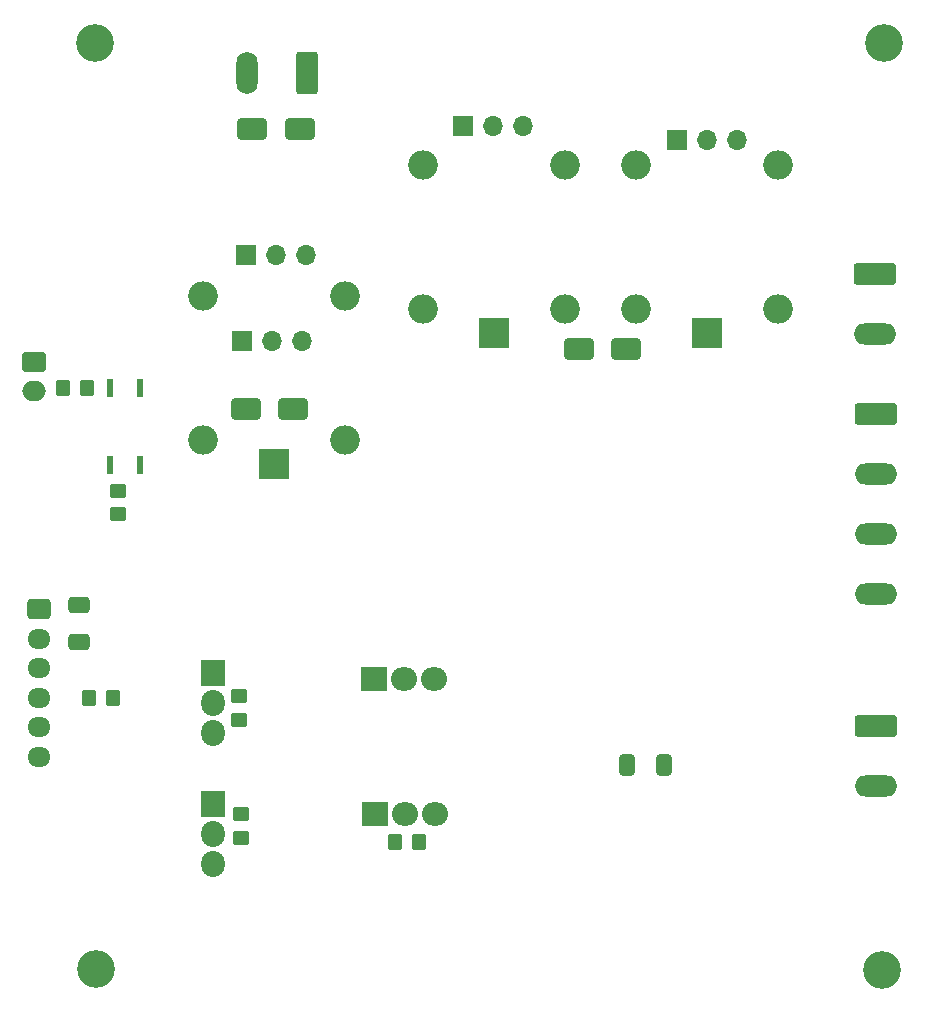
<source format=gbr>
G04 #@! TF.GenerationSoftware,KiCad,Pcbnew,7.0.9*
G04 #@! TF.CreationDate,2024-04-02T14:08:39+05:30*
G04 #@! TF.ProjectId,Chg_Dschg Controller,4368675f-4473-4636-9867-20436f6e7472,rev?*
G04 #@! TF.SameCoordinates,Original*
G04 #@! TF.FileFunction,Soldermask,Bot*
G04 #@! TF.FilePolarity,Negative*
%FSLAX45Y45*%
G04 Gerber Fmt 4.5, Leading zero omitted, Abs format (unit mm)*
G04 Created by KiCad (PCBNEW 7.0.9) date 2024-04-02 14:08:39*
%MOMM*%
%LPD*%
G01*
G04 APERTURE LIST*
G04 Aperture macros list*
%AMRoundRect*
0 Rectangle with rounded corners*
0 $1 Rounding radius*
0 $2 $3 $4 $5 $6 $7 $8 $9 X,Y pos of 4 corners*
0 Add a 4 corners polygon primitive as box body*
4,1,4,$2,$3,$4,$5,$6,$7,$8,$9,$2,$3,0*
0 Add four circle primitives for the rounded corners*
1,1,$1+$1,$2,$3*
1,1,$1+$1,$4,$5*
1,1,$1+$1,$6,$7*
1,1,$1+$1,$8,$9*
0 Add four rect primitives between the rounded corners*
20,1,$1+$1,$2,$3,$4,$5,0*
20,1,$1+$1,$4,$5,$6,$7,0*
20,1,$1+$1,$6,$7,$8,$9,0*
20,1,$1+$1,$8,$9,$2,$3,0*%
G04 Aperture macros list end*
%ADD10R,2.200000X2.000000*%
%ADD11O,2.200000X2.000000*%
%ADD12R,2.000000X2.200000*%
%ADD13O,2.000000X2.200000*%
%ADD14C,3.200000*%
%ADD15R,2.500000X2.500000*%
%ADD16O,2.500000X2.500000*%
%ADD17RoundRect,0.250000X-1.550000X0.650000X-1.550000X-0.650000X1.550000X-0.650000X1.550000X0.650000X0*%
%ADD18O,3.600000X1.800000*%
%ADD19RoundRect,0.250000X-0.750000X0.600000X-0.750000X-0.600000X0.750000X-0.600000X0.750000X0.600000X0*%
%ADD20O,2.000000X1.700000*%
%ADD21RoundRect,0.250000X0.650000X1.550000X-0.650000X1.550000X-0.650000X-1.550000X0.650000X-1.550000X0*%
%ADD22O,1.800000X3.600000*%
%ADD23RoundRect,0.250000X-0.725000X0.600000X-0.725000X-0.600000X0.725000X-0.600000X0.725000X0.600000X0*%
%ADD24O,1.950000X1.700000*%
%ADD25RoundRect,0.250000X0.450000X-0.350000X0.450000X0.350000X-0.450000X0.350000X-0.450000X-0.350000X0*%
%ADD26RoundRect,0.250000X0.650000X-0.412500X0.650000X0.412500X-0.650000X0.412500X-0.650000X-0.412500X0*%
%ADD27RoundRect,0.250000X0.350000X0.450000X-0.350000X0.450000X-0.350000X-0.450000X0.350000X-0.450000X0*%
%ADD28R,1.700000X1.700000*%
%ADD29O,1.700000X1.700000*%
%ADD30RoundRect,0.250000X-1.000000X-0.650000X1.000000X-0.650000X1.000000X0.650000X-1.000000X0.650000X0*%
%ADD31RoundRect,0.250000X1.000000X0.650000X-1.000000X0.650000X-1.000000X-0.650000X1.000000X-0.650000X0*%
%ADD32RoundRect,0.250000X0.412500X0.650000X-0.412500X0.650000X-0.412500X-0.650000X0.412500X-0.650000X0*%
%ADD33RoundRect,0.137500X-0.137500X0.662500X-0.137500X-0.662500X0.137500X-0.662500X0.137500X0.662500X0*%
G04 APERTURE END LIST*
D10*
G04 #@! TO.C,Q2*
X7221000Y-8294500D03*
D11*
X7475000Y-8294500D03*
X7729000Y-8294500D03*
G04 #@! TD*
D10*
G04 #@! TO.C,Q3*
X7226000Y-9439500D03*
D11*
X7480000Y-9439500D03*
X7734000Y-9439500D03*
G04 #@! TD*
D12*
G04 #@! TO.C,Q1*
X5855500Y-9356000D03*
D13*
X5855500Y-9610000D03*
X5855500Y-9864000D03*
G04 #@! TD*
D12*
G04 #@! TO.C,Q5*
X5855500Y-8246000D03*
D13*
X5855500Y-8500000D03*
X5855500Y-8754000D03*
G04 #@! TD*
D14*
G04 #@! TO.C,H1*
X4856300Y-2915000D03*
G04 #@! TD*
D15*
G04 #@! TO.C,K2*
X10040000Y-5367750D03*
D16*
X10640000Y-5167750D03*
X10640000Y-3947750D03*
X9440000Y-3947750D03*
X9440000Y-5167750D03*
G04 #@! TD*
D17*
G04 #@! TO.C,J4*
X11470750Y-8692750D03*
D18*
X11470750Y-9200750D03*
G04 #@! TD*
D17*
G04 #@! TO.C,J3*
X11460750Y-4872750D03*
D18*
X11460750Y-5380750D03*
G04 #@! TD*
D14*
G04 #@! TO.C,H2*
X11536600Y-2915000D03*
G04 #@! TD*
G04 #@! TO.C,H4*
X11525000Y-10761660D03*
G04 #@! TD*
D19*
G04 #@! TO.C,J2*
X4340000Y-5610000D03*
D20*
X4340000Y-5860000D03*
G04 #@! TD*
D17*
G04 #@! TO.C,J10*
X11470000Y-6055000D03*
D18*
X11470000Y-6563000D03*
X11470000Y-7071000D03*
X11470000Y-7579000D03*
G04 #@! TD*
D15*
G04 #@! TO.C,K1*
X6375000Y-6477750D03*
D16*
X6975000Y-6277750D03*
X6975000Y-5057750D03*
X5775000Y-5057750D03*
X5775000Y-6277750D03*
G04 #@! TD*
D21*
G04 #@! TO.C,J5*
X6652250Y-3169250D03*
D22*
X6144250Y-3169250D03*
G04 #@! TD*
D23*
G04 #@! TO.C,J1*
X4383900Y-7705200D03*
D24*
X4383900Y-7955200D03*
X4383900Y-8205200D03*
X4383900Y-8455200D03*
X4383900Y-8705200D03*
X4383900Y-8955200D03*
G04 #@! TD*
D14*
G04 #@! TO.C,H3*
X4870000Y-10750000D03*
G04 #@! TD*
D15*
G04 #@! TO.C,K3*
X8235000Y-5367750D03*
D16*
X8835000Y-5167750D03*
X8835000Y-3947750D03*
X7635000Y-3947750D03*
X7635000Y-5167750D03*
G04 #@! TD*
D25*
G04 #@! TO.C,R7*
X6090000Y-9645000D03*
X6090000Y-9445000D03*
G04 #@! TD*
D26*
G04 #@! TO.C,C4*
X4720000Y-7986250D03*
X4720000Y-7673750D03*
G04 #@! TD*
D27*
G04 #@! TO.C,R5*
X7600000Y-9675000D03*
X7400000Y-9675000D03*
G04 #@! TD*
D25*
G04 #@! TO.C,R8*
X5050000Y-6905000D03*
X5050000Y-6705000D03*
G04 #@! TD*
D28*
G04 #@! TO.C,J6*
X6132500Y-4710000D03*
D29*
X6386500Y-4710000D03*
X6640500Y-4710000D03*
G04 #@! TD*
D30*
G04 #@! TO.C,D1*
X6190000Y-3643500D03*
X6590000Y-3643500D03*
G04 #@! TD*
D28*
G04 #@! TO.C,J7*
X6102500Y-5435000D03*
D29*
X6356500Y-5435000D03*
X6610500Y-5435000D03*
G04 #@! TD*
D28*
G04 #@! TO.C,J8*
X9782500Y-3735000D03*
D29*
X10036500Y-3735000D03*
X10290500Y-3735000D03*
G04 #@! TD*
D31*
G04 #@! TO.C,D4*
X9355000Y-5505000D03*
X8955000Y-5505000D03*
G04 #@! TD*
D25*
G04 #@! TO.C,R2*
X6080000Y-8645000D03*
X6080000Y-8445000D03*
G04 #@! TD*
D30*
G04 #@! TO.C,D3*
X6135000Y-6015000D03*
X6535000Y-6015000D03*
G04 #@! TD*
D32*
G04 #@! TO.C,C5*
X9676250Y-9030000D03*
X9363750Y-9030000D03*
G04 #@! TD*
D27*
G04 #@! TO.C,R3*
X5010000Y-8455000D03*
X4810000Y-8455000D03*
G04 #@! TD*
D33*
G04 #@! TO.C,U1*
X4988000Y-5835000D03*
X5242000Y-5835000D03*
X5242000Y-6485000D03*
X4988000Y-6485000D03*
G04 #@! TD*
D28*
G04 #@! TO.C,J9*
X7975000Y-3620000D03*
D29*
X8229000Y-3620000D03*
X8483000Y-3620000D03*
G04 #@! TD*
D27*
G04 #@! TO.C,R1*
X4790000Y-5835000D03*
X4590000Y-5835000D03*
G04 #@! TD*
M02*

</source>
